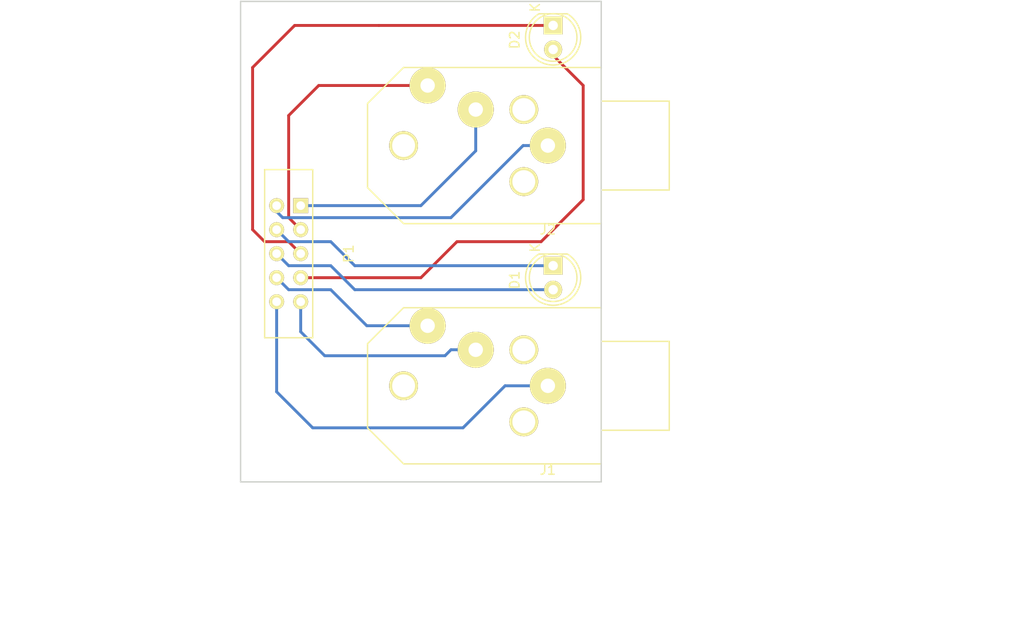
<source format=kicad_pcb>
(kicad_pcb (version 4) (host pcbnew 4.0.1-stable)

  (general
    (links 10)
    (no_connects 0)
    (area 0 0 0 0)
    (thickness 1.6)
    (drawings 8)
    (tracks 48)
    (zones 0)
    (modules 5)
    (nets 11)
  )

  (page A4)
  (layers
    (0 F.Cu signal)
    (31 B.Cu signal)
    (32 B.Adhes user)
    (33 F.Adhes user)
    (34 B.Paste user)
    (35 F.Paste user)
    (36 B.SilkS user)
    (37 F.SilkS user)
    (38 B.Mask user)
    (39 F.Mask user)
    (40 Dwgs.User user)
    (41 Cmts.User user)
    (42 Eco1.User user)
    (43 Eco2.User user)
    (44 Edge.Cuts user)
    (45 Margin user)
    (46 B.CrtYd user)
    (47 F.CrtYd user)
    (48 B.Fab user)
    (49 F.Fab user)
  )

  (setup
    (last_trace_width 0.3048)
    (trace_clearance 0.2)
    (zone_clearance 0.508)
    (zone_45_only no)
    (trace_min 0.2)
    (segment_width 0.2)
    (edge_width 0.15)
    (via_size 0.6)
    (via_drill 0.4)
    (via_min_size 0.4)
    (via_min_drill 0.3)
    (uvia_size 0.3)
    (uvia_drill 0.1)
    (uvias_allowed no)
    (uvia_min_size 0.2)
    (uvia_min_drill 0.1)
    (pcb_text_width 0.3)
    (pcb_text_size 1.5 1.5)
    (mod_edge_width 0.15)
    (mod_text_size 1 1)
    (mod_text_width 0.15)
    (pad_size 1.524 1.524)
    (pad_drill 0.762)
    (pad_to_mask_clearance 0.2)
    (aux_axis_origin 0 0)
    (visible_elements FFFFFF7F)
    (pcbplotparams
      (layerselection 0x00030_80000001)
      (usegerberextensions false)
      (excludeedgelayer true)
      (linewidth 0.100000)
      (plotframeref false)
      (viasonmask false)
      (mode 1)
      (useauxorigin false)
      (hpglpennumber 1)
      (hpglpenspeed 20)
      (hpglpendiameter 15)
      (hpglpenoverlay 2)
      (psnegative false)
      (psa4output false)
      (plotreference true)
      (plotvalue true)
      (plotinvisibletext false)
      (padsonsilk false)
      (subtractmaskfromsilk false)
      (outputformat 1)
      (mirror false)
      (drillshape 1)
      (scaleselection 1)
      (outputdirectory ""))
  )

  (net 0 "")
  (net 1 "Net-(D1-Pad1)")
  (net 2 "Net-(D1-Pad2)")
  (net 3 "Net-(D2-Pad1)")
  (net 4 "Net-(D2-Pad2)")
  (net 5 "Net-(J1-Pad3)")
  (net 6 "Net-(J1-Pad2)")
  (net 7 "Net-(J1-Pad1)")
  (net 8 "Net-(J2-Pad3)")
  (net 9 "Net-(J2-Pad2)")
  (net 10 "Net-(J2-Pad1)")

  (net_class Default "This is the default net class."
    (clearance 0.2)
    (trace_width 0.3048)
    (via_dia 0.6)
    (via_drill 0.4)
    (uvia_dia 0.3)
    (uvia_drill 0.1)
    (add_net "Net-(D1-Pad1)")
    (add_net "Net-(D1-Pad2)")
    (add_net "Net-(D2-Pad1)")
    (add_net "Net-(D2-Pad2)")
    (add_net "Net-(J1-Pad1)")
    (add_net "Net-(J1-Pad2)")
    (add_net "Net-(J1-Pad3)")
    (add_net "Net-(J2-Pad1)")
    (add_net "Net-(J2-Pad2)")
    (add_net "Net-(J2-Pad3)")
  )

  (module LEDs:LED-5MM (layer F.Cu) (tedit 5570F7EA) (tstamp 56AA4D27)
    (at 147.32 111.76 270)
    (descr "LED 5mm round vertical")
    (tags "LED 5mm round vertical")
    (path /56A6EF5F)
    (fp_text reference D1 (at 1.524 4.064 270) (layer F.SilkS)
      (effects (font (size 1 1) (thickness 0.15)))
    )
    (fp_text value LED (at 1.524 -3.937 270) (layer F.Fab)
      (effects (font (size 1 1) (thickness 0.15)))
    )
    (fp_line (start -1.5 -1.55) (end -1.5 1.55) (layer F.CrtYd) (width 0.05))
    (fp_arc (start 1.3 0) (end -1.5 1.55) (angle -302) (layer F.CrtYd) (width 0.05))
    (fp_arc (start 1.27 0) (end -1.23 -1.5) (angle 297.5) (layer F.SilkS) (width 0.15))
    (fp_line (start -1.23 1.5) (end -1.23 -1.5) (layer F.SilkS) (width 0.15))
    (fp_circle (center 1.27 0) (end 0.97 -2.5) (layer F.SilkS) (width 0.15))
    (fp_text user K (at -1.905 1.905 270) (layer F.SilkS)
      (effects (font (size 1 1) (thickness 0.15)))
    )
    (pad 1 thru_hole rect (at 0 0) (size 2 1.9) (drill 1.00076) (layers *.Cu *.Mask F.SilkS)
      (net 1 "Net-(D1-Pad1)"))
    (pad 2 thru_hole circle (at 2.54 0 270) (size 1.9 1.9) (drill 1.00076) (layers *.Cu *.Mask F.SilkS)
      (net 2 "Net-(D1-Pad2)"))
    (model LEDs.3dshapes/LED-5MM.wrl
      (at (xyz 0.05 0 0))
      (scale (xyz 1 1 1))
      (rotate (xyz 0 0 90))
    )
  )

  (module LEDs:LED-5MM (layer F.Cu) (tedit 5570F7EA) (tstamp 56AA4D33)
    (at 147.32 86.36 270)
    (descr "LED 5mm round vertical")
    (tags "LED 5mm round vertical")
    (path /56A6EEC3)
    (fp_text reference D2 (at 1.524 4.064 270) (layer F.SilkS)
      (effects (font (size 1 1) (thickness 0.15)))
    )
    (fp_text value LED (at 1.524 -3.937 270) (layer F.Fab)
      (effects (font (size 1 1) (thickness 0.15)))
    )
    (fp_line (start -1.5 -1.55) (end -1.5 1.55) (layer F.CrtYd) (width 0.05))
    (fp_arc (start 1.3 0) (end -1.5 1.55) (angle -302) (layer F.CrtYd) (width 0.05))
    (fp_arc (start 1.27 0) (end -1.23 -1.5) (angle 297.5) (layer F.SilkS) (width 0.15))
    (fp_line (start -1.23 1.5) (end -1.23 -1.5) (layer F.SilkS) (width 0.15))
    (fp_circle (center 1.27 0) (end 0.97 -2.5) (layer F.SilkS) (width 0.15))
    (fp_text user K (at -1.905 1.905 270) (layer F.SilkS)
      (effects (font (size 1 1) (thickness 0.15)))
    )
    (pad 1 thru_hole rect (at 0 0) (size 2 1.9) (drill 1.00076) (layers *.Cu *.Mask F.SilkS)
      (net 3 "Net-(D2-Pad1)"))
    (pad 2 thru_hole circle (at 2.54 0 270) (size 1.9 1.9) (drill 1.00076) (layers *.Cu *.Mask F.SilkS)
      (net 4 "Net-(D2-Pad2)"))
    (model LEDs.3dshapes/LED-5MM.wrl
      (at (xyz 0.05 0 0))
      (scale (xyz 1 1 1))
      (rotate (xyz 0 0 90))
    )
  )

  (module Footprints:PHONE-SC112A (layer F.Cu) (tedit 56A6FC2B) (tstamp 56AA4D46)
    (at 152.4 124.46)
    (path /56A6EE87)
    (fp_text reference J1 (at -5.6388 8.89) (layer F.SilkS)
      (effects (font (size 1 1) (thickness 0.15)))
    )
    (fp_text value Phone_Jack_wSw-PCB (at -5.6388 10.16) (layer F.Fab)
      (effects (font (size 1 1) (thickness 0.15)))
    )
    (fp_line (start 0 -4.699) (end 7.1882 -4.699) (layer F.SilkS) (width 0.15))
    (fp_line (start 7.1882 -4.699) (end 7.1882 4.699) (layer F.SilkS) (width 0.15))
    (fp_line (start 7.1882 4.699) (end 0 4.699) (layer F.SilkS) (width 0.15))
    (fp_line (start -24.6888 4.445) (end -24.6888 -4.445) (layer F.SilkS) (width 0.15))
    (fp_line (start -24.6888 -4.445) (end -20.8788 -8.255) (layer F.SilkS) (width 0.15))
    (fp_line (start -20.8788 -8.255) (end 0 -8.255) (layer F.SilkS) (width 0.15))
    (fp_line (start 0 -8.255) (end 0 8.255) (layer F.SilkS) (width 0.15))
    (fp_line (start 0 8.255) (end -20.8788 8.255) (layer F.SilkS) (width 0.15))
    (fp_line (start -20.8788 8.255) (end -24.6888 4.445) (layer F.SilkS) (width 0.15))
    (pad 3 thru_hole circle (at -5.6388 0) (size 3.81 3.81) (drill 1.524) (layers *.Cu *.Mask F.SilkS)
      (net 5 "Net-(J1-Pad3)"))
    (pad "" thru_hole circle (at -8.1788 -3.81) (size 3.048 3.048) (drill 2.413) (layers *.Cu *.Mask F.SilkS))
    (pad 2 thru_hole circle (at -13.2588 -3.81) (size 3.81 3.81) (drill 1.524) (layers *.Cu *.Mask F.SilkS)
      (net 6 "Net-(J1-Pad2)"))
    (pad 1 thru_hole circle (at -18.3388 -6.35) (size 3.81 3.81) (drill 1.524) (layers *.Cu *.Mask F.SilkS)
      (net 7 "Net-(J1-Pad1)"))
    (pad "" thru_hole circle (at -20.8788 0) (size 3.048 3.048) (drill 2.413) (layers *.Cu *.Mask F.SilkS))
    (pad "" thru_hole circle (at -8.1788 3.81) (size 3.048 3.048) (drill 2.413) (layers *.Cu *.Mask F.SilkS))
  )

  (module Footprints:PHONE-SC112A (layer F.Cu) (tedit 56A6FC2B) (tstamp 56AA4D59)
    (at 152.4 99.06)
    (path /56A6EDAF)
    (fp_text reference J2 (at -5.6388 8.89) (layer F.SilkS)
      (effects (font (size 1 1) (thickness 0.15)))
    )
    (fp_text value Phone_Jack_wSw-PCB (at -5.6388 10.16) (layer F.Fab)
      (effects (font (size 1 1) (thickness 0.15)))
    )
    (fp_line (start 0 -4.699) (end 7.1882 -4.699) (layer F.SilkS) (width 0.15))
    (fp_line (start 7.1882 -4.699) (end 7.1882 4.699) (layer F.SilkS) (width 0.15))
    (fp_line (start 7.1882 4.699) (end 0 4.699) (layer F.SilkS) (width 0.15))
    (fp_line (start -24.6888 4.445) (end -24.6888 -4.445) (layer F.SilkS) (width 0.15))
    (fp_line (start -24.6888 -4.445) (end -20.8788 -8.255) (layer F.SilkS) (width 0.15))
    (fp_line (start -20.8788 -8.255) (end 0 -8.255) (layer F.SilkS) (width 0.15))
    (fp_line (start 0 -8.255) (end 0 8.255) (layer F.SilkS) (width 0.15))
    (fp_line (start 0 8.255) (end -20.8788 8.255) (layer F.SilkS) (width 0.15))
    (fp_line (start -20.8788 8.255) (end -24.6888 4.445) (layer F.SilkS) (width 0.15))
    (pad 3 thru_hole circle (at -5.6388 0) (size 3.81 3.81) (drill 1.524) (layers *.Cu *.Mask F.SilkS)
      (net 8 "Net-(J2-Pad3)"))
    (pad "" thru_hole circle (at -8.1788 -3.81) (size 3.048 3.048) (drill 2.413) (layers *.Cu *.Mask F.SilkS))
    (pad 2 thru_hole circle (at -13.2588 -3.81) (size 3.81 3.81) (drill 1.524) (layers *.Cu *.Mask F.SilkS)
      (net 9 "Net-(J2-Pad2)"))
    (pad 1 thru_hole circle (at -18.3388 -6.35) (size 3.81 3.81) (drill 1.524) (layers *.Cu *.Mask F.SilkS)
      (net 10 "Net-(J2-Pad1)"))
    (pad "" thru_hole circle (at -20.8788 0) (size 3.048 3.048) (drill 2.413) (layers *.Cu *.Mask F.SilkS))
    (pad "" thru_hole circle (at -8.1788 3.81) (size 3.048 3.048) (drill 2.413) (layers *.Cu *.Mask F.SilkS))
  )

  (module Footprints:IDC5x2_Vert (layer F.Cu) (tedit 56AA48D6) (tstamp 56AA4D6B)
    (at 119.38 114.3 90)
    (path /56AA505A)
    (fp_text reference P1 (at 3.81 6.35 90) (layer F.SilkS)
      (effects (font (size 1 1) (thickness 0.15)))
    )
    (fp_text value conn_500-1091_DualJack (at 3.81 3.81 90) (layer F.Fab)
      (effects (font (size 1 1) (thickness 0.15)))
    )
    (fp_line (start 12.7 2.54) (end -5.08 2.54) (layer F.SilkS) (width 0.15))
    (fp_line (start 12.7 -2.54) (end -5.08 -2.54) (layer F.SilkS) (width 0.15))
    (fp_line (start -5.08 2.54) (end -5.08 -2.54) (layer F.SilkS) (width 0.15))
    (fp_line (start 12.7 -2.54) (end 12.7 2.54) (layer F.SilkS) (width 0.15))
    (pad 1 thru_hole rect (at 8.89 1.27 90) (size 1.5748 1.5748) (drill 0.9144) (layers *.Cu *.Mask F.SilkS)
      (net 9 "Net-(J2-Pad2)"))
    (pad 2 thru_hole circle (at 8.89 -1.27 90) (size 1.5748 1.5748) (drill 0.9144) (layers *.Cu *.Mask F.SilkS)
      (net 8 "Net-(J2-Pad3)"))
    (pad 3 thru_hole circle (at 6.35 1.27 90) (size 1.5748 1.5748) (drill 0.9144) (layers *.Cu *.Mask F.SilkS)
      (net 10 "Net-(J2-Pad1)"))
    (pad 4 thru_hole circle (at 6.35 -1.27 90) (size 1.5748 1.5748) (drill 0.9144) (layers *.Cu *.Mask F.SilkS)
      (net 1 "Net-(D1-Pad1)"))
    (pad 5 thru_hole circle (at 3.81 1.27 90) (size 1.5748 1.5748) (drill 0.9144) (layers *.Cu *.Mask F.SilkS)
      (net 3 "Net-(D2-Pad1)"))
    (pad 6 thru_hole circle (at 3.81 -1.27 90) (size 1.5748 1.5748) (drill 0.9144) (layers *.Cu *.Mask F.SilkS)
      (net 2 "Net-(D1-Pad2)"))
    (pad 7 thru_hole circle (at 1.27 1.27 90) (size 1.5748 1.5748) (drill 0.9144) (layers *.Cu *.Mask F.SilkS)
      (net 4 "Net-(D2-Pad2)"))
    (pad 8 thru_hole circle (at 1.27 -1.27 90) (size 1.5748 1.5748) (drill 0.9144) (layers *.Cu *.Mask F.SilkS)
      (net 7 "Net-(J1-Pad1)"))
    (pad 9 thru_hole circle (at -1.27 1.27 90) (size 1.5748 1.5748) (drill 0.9144) (layers *.Cu *.Mask F.SilkS)
      (net 6 "Net-(J1-Pad2)"))
    (pad 10 thru_hole circle (at -1.27 -1.27 90) (size 1.5748 1.5748) (drill 0.9144) (layers *.Cu *.Mask F.SilkS)
      (net 5 "Net-(J1-Pad3)"))
  )

  (dimension 25.4 (width 0.3) (layer F.Fab)
    (gr_text "1.0000 in" (at 194.39 101.6 270) (layer F.Fab)
      (effects (font (size 1.5 1.5) (thickness 0.3)))
    )
    (feature1 (pts (xy 182.88 114.3) (xy 195.74 114.3)))
    (feature2 (pts (xy 182.88 88.9) (xy 195.74 88.9)))
    (crossbar (pts (xy 193.04 88.9) (xy 193.04 114.3)))
    (arrow1a (pts (xy 193.04 114.3) (xy 192.453579 113.173496)))
    (arrow1b (pts (xy 193.04 114.3) (xy 193.626421 113.173496)))
    (arrow2a (pts (xy 193.04 88.9) (xy 192.453579 90.026504)))
    (arrow2b (pts (xy 193.04 88.9) (xy 193.626421 90.026504)))
  )
  (dimension 25.4 (width 0.3) (layer F.Fab)
    (gr_text "1.0000 in" (at 176.61 111.76 270) (layer F.Fab)
      (effects (font (size 1.5 1.5) (thickness 0.3)))
    )
    (feature1 (pts (xy 165.1 124.46) (xy 177.96 124.46)))
    (feature2 (pts (xy 165.1 99.06) (xy 177.96 99.06)))
    (crossbar (pts (xy 175.26 99.06) (xy 175.26 124.46)))
    (arrow1a (pts (xy 175.26 124.46) (xy 174.673579 123.333496)))
    (arrow1b (pts (xy 175.26 124.46) (xy 175.846421 123.333496)))
    (arrow2a (pts (xy 175.26 99.06) (xy 174.673579 100.186504)))
    (arrow2b (pts (xy 175.26 99.06) (xy 175.846421 100.186504)))
  )
  (dimension 38.1 (width 0.3) (layer F.Fab)
    (gr_text "1.5000 in" (at 133.35 151.21) (layer F.Fab)
      (effects (font (size 1.5 1.5) (thickness 0.3)))
    )
    (feature1 (pts (xy 152.4 142.24) (xy 152.4 152.56)))
    (feature2 (pts (xy 114.3 142.24) (xy 114.3 152.56)))
    (crossbar (pts (xy 114.3 149.86) (xy 152.4 149.86)))
    (arrow1a (pts (xy 152.4 149.86) (xy 151.273496 150.446421)))
    (arrow1b (pts (xy 152.4 149.86) (xy 151.273496 149.273579)))
    (arrow2a (pts (xy 114.3 149.86) (xy 115.426504 150.446421)))
    (arrow2b (pts (xy 114.3 149.86) (xy 115.426504 149.273579)))
  )
  (dimension 50.8 (width 0.3) (layer F.Fab)
    (gr_text "2.0000 in" (at 95.17 109.22 270) (layer F.Fab)
      (effects (font (size 1.5 1.5) (thickness 0.3)))
    )
    (feature1 (pts (xy 106.68 134.62) (xy 93.82 134.62)))
    (feature2 (pts (xy 106.68 83.82) (xy 93.82 83.82)))
    (crossbar (pts (xy 96.52 83.82) (xy 96.52 134.62)))
    (arrow1a (pts (xy 96.52 134.62) (xy 95.933579 133.493496)))
    (arrow1b (pts (xy 96.52 134.62) (xy 97.106421 133.493496)))
    (arrow2a (pts (xy 96.52 83.82) (xy 95.933579 84.946504)))
    (arrow2b (pts (xy 96.52 83.82) (xy 97.106421 84.946504)))
  )
  (gr_line (start 114.3 83.82) (end 152.4 83.82) (angle 90) (layer Edge.Cuts) (width 0.15))
  (gr_line (start 114.3 134.62) (end 114.3 83.82) (angle 90) (layer Edge.Cuts) (width 0.15))
  (gr_line (start 152.4 134.62) (end 114.3 134.62) (angle 90) (layer Edge.Cuts) (width 0.15))
  (gr_line (start 152.4 83.82) (end 152.4 134.62) (angle 90) (layer Edge.Cuts) (width 0.15))

  (segment (start 147.32 111.76) (end 126.365 111.76) (width 0.3048) (layer B.Cu) (net 1) (status 400000))
  (segment (start 119.38 109.22) (end 118.11 107.95) (width 0.3048) (layer B.Cu) (net 1) (tstamp 56AA4F0F) (status 800000))
  (segment (start 123.825 109.22) (end 119.38 109.22) (width 0.3048) (layer B.Cu) (net 1) (tstamp 56AA4F0B))
  (segment (start 126.365 111.76) (end 123.825 109.22) (width 0.3048) (layer B.Cu) (net 1) (tstamp 56AA4F08))
  (segment (start 147.32 114.3) (end 126.365 114.3) (width 0.3048) (layer B.Cu) (net 2) (status 400000))
  (segment (start 119.38 111.76) (end 118.11 110.49) (width 0.3048) (layer B.Cu) (net 2) (tstamp 56AA4EFB) (status 800000))
  (segment (start 123.825 111.76) (end 119.38 111.76) (width 0.3048) (layer B.Cu) (net 2) (tstamp 56AA4EF9))
  (segment (start 126.365 114.3) (end 123.825 111.76) (width 0.3048) (layer B.Cu) (net 2) (tstamp 56AA4EF7))
  (segment (start 147.32 86.36) (end 128.905 86.36) (width 0.3048) (layer F.Cu) (net 3) (status 400000))
  (segment (start 119.38 109.22) (end 120.65 110.49) (width 0.3048) (layer F.Cu) (net 3) (tstamp 56AA4FA6) (status 800000))
  (segment (start 116.84 109.22) (end 119.38 109.22) (width 0.3048) (layer F.Cu) (net 3) (tstamp 56AA4FA5))
  (segment (start 115.57 107.95) (end 116.84 109.22) (width 0.3048) (layer F.Cu) (net 3) (tstamp 56AA4F97))
  (segment (start 115.57 90.805) (end 115.57 107.95) (width 0.3048) (layer F.Cu) (net 3) (tstamp 56AA4F91))
  (segment (start 120.015 86.36) (end 115.57 90.805) (width 0.3048) (layer F.Cu) (net 3) (tstamp 56AA4F8B))
  (segment (start 128.905 86.36) (end 120.015 86.36) (width 0.3048) (layer F.Cu) (net 3) (tstamp 56AA4F89))
  (segment (start 147.32 88.9) (end 147.32 89.535) (width 0.3048) (layer F.Cu) (net 4) (status C00000))
  (segment (start 147.32 89.535) (end 150.495 92.71) (width 0.3048) (layer F.Cu) (net 4) (tstamp 56AA4FB4) (status 400000))
  (segment (start 150.495 92.71) (end 150.495 104.775) (width 0.3048) (layer F.Cu) (net 4) (tstamp 56AA4FB6))
  (segment (start 150.495 104.775) (end 146.05 109.22) (width 0.3048) (layer F.Cu) (net 4) (tstamp 56AA4FB9))
  (segment (start 146.05 109.22) (end 137.16 109.22) (width 0.3048) (layer F.Cu) (net 4) (tstamp 56AA4FBD))
  (segment (start 137.16 109.22) (end 133.35 113.03) (width 0.3048) (layer F.Cu) (net 4) (tstamp 56AA4FC0))
  (segment (start 133.35 113.03) (end 120.65 113.03) (width 0.3048) (layer F.Cu) (net 4) (tstamp 56AA4FC5) (status 800000))
  (segment (start 118.11 115.57) (end 118.11 125.095) (width 0.3048) (layer B.Cu) (net 5) (status 400000))
  (segment (start 142.24 124.46) (end 146.7612 124.46) (width 0.3048) (layer B.Cu) (net 5) (tstamp 56AA4E6D) (status 800000))
  (segment (start 137.795 128.905) (end 142.24 124.46) (width 0.3048) (layer B.Cu) (net 5) (tstamp 56AA4E68))
  (segment (start 121.92 128.905) (end 137.795 128.905) (width 0.3048) (layer B.Cu) (net 5) (tstamp 56AA4E66))
  (segment (start 118.11 125.095) (end 121.92 128.905) (width 0.3048) (layer B.Cu) (net 5) (tstamp 56AA4E5E))
  (segment (start 139.1412 120.65) (end 136.525 120.65) (width 0.3048) (layer B.Cu) (net 6) (status 400000))
  (segment (start 120.65 118.745) (end 120.65 115.57) (width 0.3048) (layer B.Cu) (net 6) (tstamp 56AA4E80) (status 800000))
  (segment (start 123.19 121.285) (end 120.65 118.745) (width 0.3048) (layer B.Cu) (net 6) (tstamp 56AA4E7B))
  (segment (start 135.89 121.285) (end 123.19 121.285) (width 0.3048) (layer B.Cu) (net 6) (tstamp 56AA4E79))
  (segment (start 136.525 120.65) (end 135.89 121.285) (width 0.3048) (layer B.Cu) (net 6) (tstamp 56AA4E74))
  (segment (start 134.0612 118.11) (end 127.635 118.11) (width 0.3048) (layer B.Cu) (net 7) (status 400000))
  (segment (start 119.38 114.3) (end 118.11 113.03) (width 0.3048) (layer B.Cu) (net 7) (tstamp 56AA4E8F) (status 800000))
  (segment (start 123.825 114.3) (end 119.38 114.3) (width 0.3048) (layer B.Cu) (net 7) (tstamp 56AA4E8C))
  (segment (start 127.635 118.11) (end 123.825 114.3) (width 0.3048) (layer B.Cu) (net 7) (tstamp 56AA4E89))
  (segment (start 118.11 105.41) (end 118.11 106.045) (width 0.3048) (layer B.Cu) (net 8) (status C00000))
  (segment (start 118.11 106.045) (end 118.745 106.68) (width 0.3048) (layer B.Cu) (net 8) (tstamp 56AA4F28) (status 400000))
  (segment (start 118.745 106.68) (end 136.525 106.68) (width 0.3048) (layer B.Cu) (net 8) (tstamp 56AA4F2A))
  (segment (start 136.525 106.68) (end 144.145 99.06) (width 0.3048) (layer B.Cu) (net 8) (tstamp 56AA4F35))
  (segment (start 144.145 99.06) (end 146.7612 99.06) (width 0.3048) (layer B.Cu) (net 8) (tstamp 56AA4F39) (status 800000))
  (segment (start 139.1412 95.25) (end 139.1412 99.6188) (width 0.3048) (layer B.Cu) (net 9) (status 400000))
  (segment (start 133.35 105.41) (end 120.65 105.41) (width 0.3048) (layer B.Cu) (net 9) (tstamp 56AA4F57) (status 800000))
  (segment (start 139.1412 99.6188) (end 133.35 105.41) (width 0.3048) (layer B.Cu) (net 9) (tstamp 56AA4F4D))
  (segment (start 134.0612 92.71) (end 122.555 92.71) (width 0.3048) (layer F.Cu) (net 10) (status 400000))
  (segment (start 119.38 106.68) (end 120.65 107.95) (width 0.3048) (layer F.Cu) (net 10) (tstamp 56AA4F79) (status 800000))
  (segment (start 119.38 95.885) (end 119.38 106.68) (width 0.3048) (layer F.Cu) (net 10) (tstamp 56AA4F76))
  (segment (start 122.555 92.71) (end 119.38 95.885) (width 0.3048) (layer F.Cu) (net 10) (tstamp 56AA4F6C))

)

</source>
